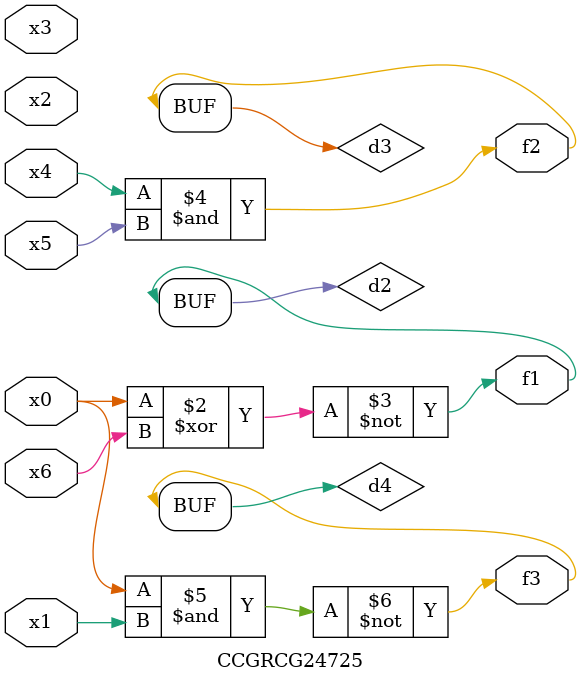
<source format=v>
module CCGRCG24725(
	input x0, x1, x2, x3, x4, x5, x6,
	output f1, f2, f3
);

	wire d1, d2, d3, d4;

	nor (d1, x0);
	xnor (d2, x0, x6);
	and (d3, x4, x5);
	nand (d4, x0, x1);
	assign f1 = d2;
	assign f2 = d3;
	assign f3 = d4;
endmodule

</source>
